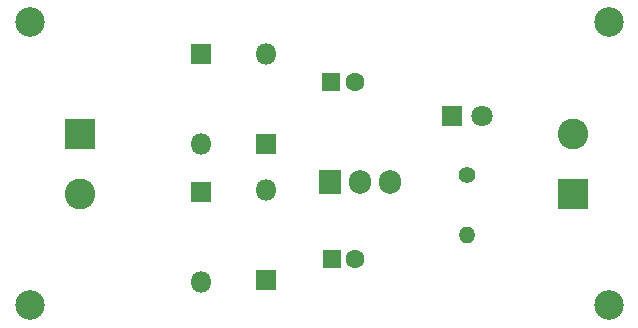
<source format=gbr>
%TF.GenerationSoftware,KiCad,Pcbnew,8.0.5*%
%TF.CreationDate,2024-12-20T15:16:31+03:00*%
%TF.ProjectId,Rectifier,52656374-6966-4696-9572-2e6b69636164,v01*%
%TF.SameCoordinates,Original*%
%TF.FileFunction,Soldermask,Bot*%
%TF.FilePolarity,Negative*%
%FSLAX46Y46*%
G04 Gerber Fmt 4.6, Leading zero omitted, Abs format (unit mm)*
G04 Created by KiCad (PCBNEW 8.0.5) date 2024-12-20 15:16:31*
%MOMM*%
%LPD*%
G01*
G04 APERTURE LIST*
%ADD10R,1.905000X2.000000*%
%ADD11O,1.905000X2.000000*%
%ADD12C,1.400000*%
%ADD13O,1.400000X1.400000*%
%ADD14R,1.800000X1.800000*%
%ADD15C,1.800000*%
%ADD16R,2.600000X2.600000*%
%ADD17C,2.600000*%
%ADD18C,2.500000*%
%ADD19O,1.800000X1.800000*%
%ADD20R,1.600000X1.600000*%
%ADD21C,1.600000*%
G04 APERTURE END LIST*
D10*
%TO.C,U1*%
X145420000Y-61580000D03*
D11*
X147960000Y-61580000D03*
X150500000Y-61580000D03*
%TD*%
D12*
%TO.C,R1*%
X157000000Y-61000000D03*
D13*
X157000000Y-66080000D03*
%TD*%
D14*
%TO.C,LED1*%
X155725000Y-56000000D03*
D15*
X158265000Y-56000000D03*
%TD*%
D16*
%TO.C,J2*%
X166000000Y-62580000D03*
D17*
X166000000Y-57500000D03*
%TD*%
D16*
%TO.C,J1*%
X124195000Y-57455000D03*
D17*
X124195000Y-62535000D03*
%TD*%
D18*
%TO.C,H4*%
X120000000Y-72000000D03*
%TD*%
%TO.C,H3*%
X169000000Y-48000000D03*
%TD*%
%TO.C,H2*%
X120000000Y-48000000D03*
%TD*%
%TO.C,H1*%
X169000000Y-72000000D03*
%TD*%
D14*
%TO.C,D4*%
X140000000Y-69810000D03*
D19*
X140000000Y-62190000D03*
%TD*%
D14*
%TO.C,D3*%
X140000000Y-58310000D03*
D19*
X140000000Y-50690000D03*
%TD*%
D14*
%TO.C,D2*%
X134500000Y-50690000D03*
D19*
X134500000Y-58310000D03*
%TD*%
D14*
%TO.C,D1*%
X134500000Y-62380000D03*
D19*
X134500000Y-70000000D03*
%TD*%
D20*
%TO.C,C2*%
X145544888Y-68080000D03*
D21*
X147544888Y-68080000D03*
%TD*%
D20*
%TO.C,C1*%
X145500000Y-53080000D03*
D21*
X147500000Y-53080000D03*
%TD*%
M02*

</source>
